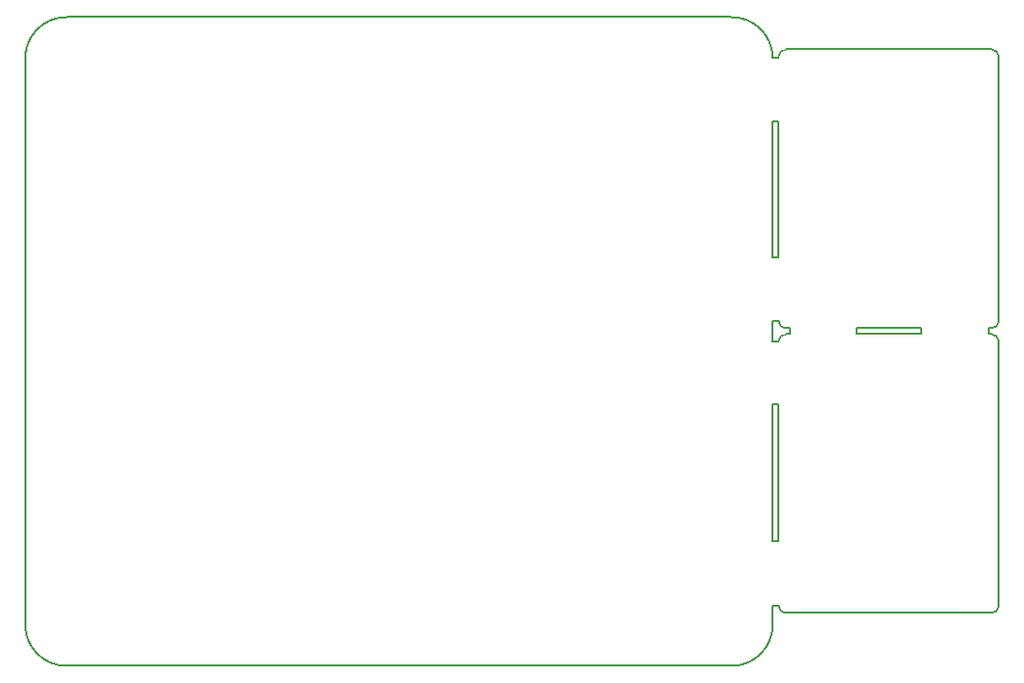
<source format=gm1>
G04 #@! TF.FileFunction,Profile,NP*
%FSLAX46Y46*%
G04 Gerber Fmt 4.6, Leading zero omitted, Abs format (unit mm)*
G04 Created by KiCad (PCBNEW 4.0.7) date 08/21/18 18:23:19*
%MOMM*%
%LPD*%
G01*
G04 APERTURE LIST*
%ADD10C,0.100000*%
%ADD11C,0.150000*%
G04 APERTURE END LIST*
D10*
D11*
X144145000Y-42418000D02*
X143764000Y-42418000D01*
X161544000Y-42418000D02*
X161290000Y-42418000D01*
X161544000Y-42926000D02*
X161290000Y-42926000D01*
X149860000Y-42418000D02*
X155448000Y-42418000D01*
X155448000Y-42926000D02*
X149860000Y-42926000D01*
X144145000Y-42926000D02*
X143764000Y-42926000D01*
X161290000Y-42418000D02*
X161290000Y-42926000D01*
X155448000Y-42418000D02*
X155448000Y-42926000D01*
X149860000Y-42418000D02*
X149860000Y-42926000D01*
X144145000Y-42418000D02*
X144145000Y-42926000D01*
X143129000Y-19050000D02*
X143129000Y-18923000D01*
X142621000Y-43561000D02*
X142621000Y-41783000D01*
X142621000Y-66421000D02*
X142621000Y-68072000D01*
X142621000Y-36322000D02*
X142621000Y-24511000D01*
X142621000Y-60833000D02*
X142621000Y-49022000D01*
X143129000Y-41783000D02*
X142621000Y-41783000D01*
X81534000Y-71628000D02*
X139065000Y-71628000D01*
X77978000Y-19050000D02*
X77978000Y-68072000D01*
X139065000Y-15494000D02*
X81534000Y-15494000D01*
X142621000Y-19050000D02*
G75*
G03X139065000Y-15494000I-3556000J0D01*
G01*
X139065000Y-71628000D02*
G75*
G03X142621000Y-68072000I0J3556000D01*
G01*
X77978000Y-68072000D02*
G75*
G03X81534000Y-71628000I3556000J0D01*
G01*
X81534000Y-15494000D02*
G75*
G03X77978000Y-19050000I0J-3556000D01*
G01*
X143764000Y-18288000D02*
G75*
G03X143129000Y-18923000I0J-635000D01*
G01*
X143129000Y-19050000D02*
X142621000Y-19050000D01*
X143129000Y-36322000D02*
X142621000Y-36322000D01*
X143129000Y-24511000D02*
X143129000Y-36322000D01*
X142621000Y-24511000D02*
X143129000Y-24511000D01*
X143129000Y-66421000D02*
X142621000Y-66421000D01*
X143129000Y-60833000D02*
X142621000Y-60833000D01*
X143129000Y-49022000D02*
X143129000Y-60833000D01*
X142621000Y-49022000D02*
X143129000Y-49022000D01*
X143129000Y-43561000D02*
X142621000Y-43561000D01*
X143129000Y-41783000D02*
G75*
G03X143764000Y-42418000I635000J0D01*
G01*
X161544000Y-42418000D02*
G75*
G03X162179000Y-41783000I0J635000D01*
G01*
X162179000Y-41783000D02*
X162179000Y-18923000D01*
X162179000Y-18923000D02*
G75*
G03X161544000Y-18288000I-635000J0D01*
G01*
X161544000Y-18288000D02*
X143764000Y-18288000D01*
X143764000Y-42926000D02*
G75*
G03X143129000Y-43561000I0J-635000D01*
G01*
X143129000Y-66421000D02*
G75*
G03X143764000Y-67056000I635000J0D01*
G01*
X161544000Y-67056000D02*
G75*
G03X162179000Y-66421000I0J635000D01*
G01*
X162179000Y-43561000D02*
G75*
G03X161544000Y-42926000I-635000J0D01*
G01*
X143764000Y-67056000D02*
X161544000Y-67056000D01*
X162179000Y-66421000D02*
X162179000Y-43561000D01*
M02*

</source>
